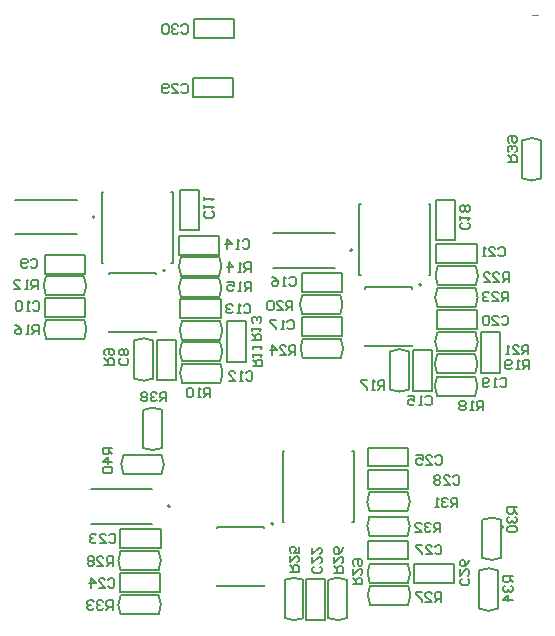
<source format=gbo>
G04*
G04 #@! TF.GenerationSoftware,Altium Limited,Altium Designer,23.6.0 (18)*
G04*
G04 Layer_Color=32896*
%FSLAX44Y44*%
%MOMM*%
G71*
G04*
G04 #@! TF.SameCoordinates,C0EE57D9-4E2B-4701-80FF-B58ABC17C381*
G04*
G04*
G04 #@! TF.FilePolarity,Positive*
G04*
G01*
G75*
%ADD10C,0.2000*%
%ADD11C,0.1270*%
%ADD14C,0.1500*%
%ADD75C,0.1000*%
D10*
X654420Y1116200D02*
G03*
X654420Y1116200I-1000J0D01*
G01*
X441500Y928500D02*
G03*
X441500Y928500I-1000J0D01*
G01*
X418800Y977851D02*
G03*
X434700Y977851I7950J16149D01*
G01*
Y1010149D02*
G03*
X418800Y1010149I-7950J-16149D01*
G01*
X434399Y956050D02*
G03*
X434399Y971950I-16149J7950D01*
G01*
X402101D02*
G03*
X402101Y956050I16149J-7950D01*
G01*
X723750Y910750D02*
G03*
X723750Y910750I-1000J0D01*
G01*
X719200Y874149D02*
G03*
X703300Y874149I-7950J-16149D01*
G01*
Y841851D02*
G03*
X719200Y841851I7950J16149D01*
G01*
X706050Y884851D02*
G03*
X721950Y884851I7950J16149D01*
G01*
Y917149D02*
G03*
X706050Y917149I-7950J-16149D01*
G01*
X595900Y1145250D02*
G03*
X595900Y1145250I-1000J0D01*
G01*
X755700Y1238399D02*
G03*
X739800Y1238399I-7950J-16149D01*
G01*
Y1206101D02*
G03*
X755700Y1206101I7950J16149D01*
G01*
X585649Y1091300D02*
G03*
X585649Y1107200I-16149J7950D01*
G01*
X553351D02*
G03*
X553351Y1091300I16149J-7950D01*
G01*
X553851Y1070200D02*
G03*
X553851Y1054300I16149J-7950D01*
G01*
X586149D02*
G03*
X586149Y1070200I-16149J7950D01*
G01*
X700149Y1097300D02*
G03*
X700149Y1113200I-16149J7950D01*
G01*
X667851D02*
G03*
X667851Y1097300I16149J-7950D01*
G01*
X627800Y1027351D02*
G03*
X643700Y1027351I7950J16149D01*
G01*
Y1059649D02*
G03*
X627800Y1059649I-7950J-16149D01*
G01*
X667851Y1075700D02*
G03*
X667851Y1059800I16149J-7950D01*
G01*
X700149D02*
G03*
X700149Y1075700I-16149J7950D01*
G01*
X700399Y1115800D02*
G03*
X700399Y1131700I-16149J7950D01*
G01*
X668101D02*
G03*
X668101Y1115800I16149J-7950D01*
G01*
X699899Y1041050D02*
G03*
X699899Y1056950I-16149J7950D01*
G01*
X667601D02*
G03*
X667601Y1041050I16149J-7950D01*
G01*
X699899Y1022300D02*
G03*
X699899Y1038200I-16149J7950D01*
G01*
X667601D02*
G03*
X667601Y1022300I16149J-7950D01*
G01*
X377650Y1173250D02*
G03*
X377650Y1173250I-1000J0D01*
G01*
X399601Y852950D02*
G03*
X399601Y837050I16149J-7950D01*
G01*
X431899D02*
G03*
X431899Y852950I-16149J7950D01*
G01*
Y874550D02*
G03*
X431899Y890450I-16149J7950D01*
G01*
X399601D02*
G03*
X399601Y874550I16149J-7950D01*
G01*
X610351Y940450D02*
G03*
X610351Y924550I16149J-7950D01*
G01*
X642649D02*
G03*
X642649Y940450I-16149J7950D01*
G01*
X610351Y919700D02*
G03*
X610351Y903800I16149J-7950D01*
G01*
X642649D02*
G03*
X642649Y919700I-16149J7950D01*
G01*
X642899Y863800D02*
G03*
X642899Y879700I-16149J7950D01*
G01*
X610601D02*
G03*
X610601Y863800I16149J-7950D01*
G01*
X610851Y861200D02*
G03*
X610851Y845300I16149J-7950D01*
G01*
X643149D02*
G03*
X643149Y861200I-16149J7950D01*
G01*
X591450Y866149D02*
G03*
X575550Y866149I-7950J-16149D01*
G01*
Y833851D02*
G03*
X591450Y833851I7950J16149D01*
G01*
X554450Y866149D02*
G03*
X538550Y866149I-7950J-16149D01*
G01*
Y833851D02*
G03*
X554450Y833851I7950J16149D01*
G01*
X528920Y913650D02*
G03*
X528920Y913650I-1000J0D01*
G01*
X336351Y1123200D02*
G03*
X336351Y1107300I16149J-7950D01*
G01*
X368649D02*
G03*
X368649Y1123200I-16149J7950D01*
G01*
X483899Y1069550D02*
G03*
X483899Y1085450I-16149J7950D01*
G01*
X451601D02*
G03*
X451601Y1069550I16149J-7950D01*
G01*
X437600Y1128150D02*
G03*
X437600Y1128150I-1000J0D01*
G01*
X450851Y1121450D02*
G03*
X450851Y1105550I16149J-7950D01*
G01*
X483149D02*
G03*
X483149Y1121450I-16149J7950D01*
G01*
X368899Y1070550D02*
G03*
X368899Y1086450I-16149J7950D01*
G01*
X336601D02*
G03*
X336601Y1070550I16149J-7950D01*
G01*
X450851Y1139700D02*
G03*
X450851Y1123800I16149J-7950D01*
G01*
X483149D02*
G03*
X483149Y1139700I-16149J7950D01*
G01*
X451851Y1049200D02*
G03*
X451851Y1033300I16149J-7950D01*
G01*
X484149D02*
G03*
X484149Y1049200I-16149J7950D01*
G01*
X451601Y1067450D02*
G03*
X451601Y1051550I16149J-7950D01*
G01*
X483899D02*
G03*
X483899Y1067450I-16149J7950D01*
G01*
X427200Y1068899D02*
G03*
X411300Y1068899I-7950J-16149D01*
G01*
Y1036601D02*
G03*
X427200Y1036601I7950J16149D01*
G01*
X418750Y978000D02*
Y1010000D01*
X434750Y978000D02*
Y1010000D01*
X402250Y956000D02*
X434250D01*
X402250Y972000D02*
X434250D01*
X719250Y842000D02*
Y874000D01*
X703250Y842000D02*
Y874000D01*
X706000Y885000D02*
Y917000D01*
X722000Y885000D02*
Y917000D01*
X461000Y1275000D02*
X495000D01*
Y1291000D01*
X461000D02*
X495000D01*
X461000Y1275000D02*
Y1291000D01*
X461750Y1325250D02*
X495750D01*
Y1341250D01*
X461750D02*
X495750D01*
X461750Y1325250D02*
Y1341250D01*
X755750Y1206250D02*
Y1238250D01*
X739750Y1206250D02*
Y1238250D01*
X553500Y1091250D02*
X585500D01*
X553500Y1107250D02*
X585500D01*
X554000Y1070250D02*
X586000D01*
X554000Y1054250D02*
X586000D01*
X553000Y1073000D02*
Y1089000D01*
X587000D01*
Y1073000D02*
Y1089000D01*
X553000Y1073000D02*
X587000D01*
X668000Y1097250D02*
X700000D01*
X668000Y1113250D02*
X700000D01*
X667500Y1078750D02*
Y1094750D01*
X701500D01*
Y1078750D02*
Y1094750D01*
X667500Y1078750D02*
X701500D01*
X705000Y1075750D02*
X721000D01*
Y1041750D02*
Y1075750D01*
X705000Y1041750D02*
X721000D01*
X705000D02*
Y1075750D01*
X627750Y1027500D02*
Y1059500D01*
X643750Y1027500D02*
Y1059500D01*
X647250Y1026500D02*
X663250D01*
X647250D02*
Y1060500D01*
X663250D01*
Y1026500D02*
Y1060500D01*
X553000Y1110000D02*
Y1126000D01*
X587000D01*
Y1110000D02*
Y1126000D01*
X553000Y1110000D02*
X587000D01*
X668000Y1075750D02*
X700000D01*
X668000Y1059750D02*
X700000D01*
X668250Y1115750D02*
X700250D01*
X668250Y1131750D02*
X700250D01*
X667750Y1041000D02*
X699750D01*
X667750Y1057000D02*
X699750D01*
X667750Y1022250D02*
X699750D01*
X667750Y1038250D02*
X699750D01*
X666750Y1188000D02*
X682750D01*
Y1154000D02*
Y1188000D01*
X666750Y1154000D02*
X682750D01*
X666750D02*
Y1188000D01*
X667000Y1134750D02*
Y1150750D01*
X701000D01*
Y1134750D02*
Y1150750D01*
X667000Y1134750D02*
X701000D01*
X608750Y962250D02*
Y978250D01*
X642750D01*
Y962250D02*
Y978250D01*
X608750Y962250D02*
X642750D01*
X609000Y943250D02*
Y959250D01*
X643000D01*
Y943250D02*
Y959250D01*
X609000Y943250D02*
X643000D01*
X399750Y853000D02*
X431750D01*
X399750Y837000D02*
X431750D01*
X399000Y855750D02*
Y871750D01*
X433000D01*
Y855750D02*
Y871750D01*
X399000Y855750D02*
X433000D01*
X399750Y874500D02*
X431750D01*
X399750Y890500D02*
X431750D01*
X399500Y893000D02*
Y909000D01*
X433500D01*
Y893000D02*
Y909000D01*
X399500Y893000D02*
X433500D01*
X610500Y940500D02*
X642500D01*
X610500Y924500D02*
X642500D01*
X610500Y919750D02*
X642500D01*
X610500Y903750D02*
X642500D01*
X608750Y883500D02*
X642750D01*
Y899500D01*
X608750D02*
X642750D01*
X608750Y883500D02*
Y899500D01*
X648000Y863750D02*
X682000D01*
Y879750D01*
X648000D02*
X682000D01*
X648000Y863750D02*
Y879750D01*
X610750Y863750D02*
X642750D01*
X610750Y879750D02*
X642750D01*
X611000Y861250D02*
X643000D01*
X611000Y845250D02*
X643000D01*
X591500Y834000D02*
Y866000D01*
X575500Y834000D02*
Y866000D01*
X554500Y834000D02*
Y866000D01*
X538500Y834000D02*
Y866000D01*
X573000Y832500D02*
Y866500D01*
X557000D02*
X573000D01*
X557000Y832500D02*
Y866500D01*
Y832500D02*
X573000D01*
X450000Y1162000D02*
Y1196000D01*
Y1162000D02*
X466000D01*
Y1196000D01*
X450000D02*
X466000D01*
X489750Y1051000D02*
Y1085000D01*
Y1051000D02*
X505750D01*
Y1085000D01*
X489750D02*
X505750D01*
X335750Y1125500D02*
X369750D01*
Y1141500D01*
X335750D02*
X369750D01*
X335750Y1125500D02*
Y1141500D01*
X336500Y1123250D02*
X368500D01*
X336500Y1107250D02*
X368500D01*
X451750Y1069500D02*
X483750D01*
X451750Y1085500D02*
X483750D01*
X450250Y1087750D02*
X484250D01*
Y1103750D01*
X450250D02*
X484250D01*
X450250Y1087750D02*
Y1103750D01*
X451000Y1121500D02*
X483000D01*
X451000Y1105500D02*
X483000D01*
X336750Y1070500D02*
X368750D01*
X336750Y1086500D02*
X368750D01*
X449250Y1141500D02*
X483250D01*
Y1157500D01*
X449250D02*
X483250D01*
X449250Y1141500D02*
Y1157500D01*
X451000Y1139750D02*
X483000D01*
X451000Y1123750D02*
X483000D01*
X452000Y1049250D02*
X484000D01*
X452000Y1033250D02*
X484000D01*
X451750Y1067500D02*
X483750D01*
X451750Y1051500D02*
X483750D01*
X446750Y1035250D02*
Y1069250D01*
X430750D02*
X446750D01*
X430750Y1035250D02*
Y1069250D01*
Y1035250D02*
X446750D01*
X427250Y1036750D02*
Y1068750D01*
X411250Y1036750D02*
Y1068750D01*
X335500Y1089000D02*
X369500D01*
Y1105000D01*
X335500D02*
X369500D01*
X335500Y1089000D02*
Y1105000D01*
D11*
X606750Y1113800D02*
X646750D01*
X606750Y1112800D02*
Y1113800D01*
X646750Y1112800D02*
Y1113800D01*
X606750Y1063800D02*
X646750D01*
Y1064800D01*
X606750Y1063800D02*
Y1064800D01*
X374500Y913900D02*
X426500D01*
X374500Y943100D02*
X426500D01*
X537000Y915500D02*
X538300D01*
X595700D02*
X597000D01*
X537000Y975500D02*
X538300D01*
X595700D02*
X597000D01*
X537000Y915500D02*
Y975500D01*
X597000Y915500D02*
Y975500D01*
X528900Y1159850D02*
X580900D01*
X528900Y1130650D02*
X580900D01*
X601750Y1124250D02*
X603050D01*
X660450D02*
X661750D01*
X601750Y1184250D02*
X603050D01*
X660450D02*
X661750D01*
X601750Y1124250D02*
Y1184250D01*
X661750Y1124250D02*
Y1184250D01*
X310650Y1158650D02*
X362650D01*
X310650Y1187850D02*
X362650D01*
X481250Y911250D02*
X521250D01*
X481250Y910250D02*
Y911250D01*
X521250Y910250D02*
Y911250D01*
X481250Y861250D02*
X521250D01*
Y862250D01*
X481250Y861250D02*
Y862250D01*
X389930Y1125750D02*
X429930D01*
X389930Y1124750D02*
Y1125750D01*
X429930Y1124750D02*
Y1125750D01*
X389930Y1075750D02*
X429930D01*
Y1076750D01*
X389930Y1075750D02*
Y1076750D01*
X443750Y1134500D02*
Y1194500D01*
X383750Y1134500D02*
Y1194500D01*
X442450D02*
X443750D01*
X383750D02*
X385050D01*
X442450Y1134500D02*
X443750D01*
X383750D02*
X385050D01*
D14*
X392641Y977832D02*
X384644D01*
Y973833D01*
X385976Y972500D01*
X388642D01*
X389975Y973833D01*
Y977832D01*
Y975166D02*
X392641Y972500D01*
Y965836D02*
X384644D01*
X388642Y969834D01*
Y964503D01*
X385976Y961837D02*
X384644Y960504D01*
Y957838D01*
X385976Y956505D01*
X391308D01*
X392641Y957838D01*
Y960504D01*
X391308Y961837D01*
X385976D01*
X438413Y1017251D02*
Y1025249D01*
X434414D01*
X433082Y1023916D01*
Y1021250D01*
X434414Y1019917D01*
X438413D01*
X435747D02*
X433082Y1017251D01*
X430416Y1023916D02*
X429083Y1025249D01*
X426417D01*
X425084Y1023916D01*
Y1022583D01*
X426417Y1021250D01*
X427750D01*
X426417D01*
X425084Y1019917D01*
Y1018584D01*
X426417Y1017251D01*
X429083D01*
X430416Y1018584D01*
X422418Y1023916D02*
X421086Y1025249D01*
X418420D01*
X417087Y1023916D01*
Y1022583D01*
X418420Y1021250D01*
X417087Y1019917D01*
Y1018584D01*
X418420Y1017251D01*
X421086D01*
X422418Y1018584D01*
Y1019917D01*
X421086Y1021250D01*
X422418Y1022583D01*
Y1023916D01*
X421086Y1021250D02*
X418420D01*
X727251Y1220337D02*
X735249D01*
Y1224335D01*
X733916Y1225668D01*
X731250D01*
X729917Y1224335D01*
Y1220337D01*
Y1223003D02*
X727251Y1225668D01*
X733916Y1228334D02*
X735249Y1229667D01*
Y1232333D01*
X733916Y1233666D01*
X732583D01*
X731250Y1232333D01*
Y1231000D01*
Y1232333D01*
X729917Y1233666D01*
X728584D01*
X727251Y1232333D01*
Y1229667D01*
X728584Y1228334D01*
Y1236332D02*
X727251Y1237664D01*
Y1240330D01*
X728584Y1241663D01*
X733916D01*
X735249Y1240330D01*
Y1237664D01*
X733916Y1236332D01*
X732583D01*
X731250Y1237664D01*
Y1241663D01*
X731749Y869413D02*
X723751D01*
Y865415D01*
X725084Y864082D01*
X727750D01*
X729083Y865415D01*
Y869413D01*
Y866747D02*
X731749Y864082D01*
X725084Y861416D02*
X723751Y860083D01*
Y857417D01*
X725084Y856084D01*
X726417D01*
X727750Y857417D01*
Y858750D01*
Y857417D01*
X729083Y856084D01*
X730416D01*
X731749Y857417D01*
Y860083D01*
X730416Y861416D01*
X731749Y849420D02*
X723751D01*
X727750Y853418D01*
Y848087D01*
X392913Y840751D02*
Y848749D01*
X388914D01*
X387582Y847416D01*
Y844750D01*
X388914Y843417D01*
X392913D01*
X390247D02*
X387582Y840751D01*
X384916Y847416D02*
X383583Y848749D01*
X380917D01*
X379584Y847416D01*
Y846083D01*
X380917Y844750D01*
X382250D01*
X380917D01*
X379584Y843417D01*
Y842084D01*
X380917Y840751D01*
X383583D01*
X384916Y842084D01*
X376918Y847416D02*
X375586Y848749D01*
X372920D01*
X371587Y847416D01*
Y846083D01*
X372920Y844750D01*
X374253D01*
X372920D01*
X371587Y843417D01*
Y842084D01*
X372920Y840751D01*
X375586D01*
X376918Y842084D01*
X670413Y906751D02*
Y914749D01*
X666414D01*
X665082Y913416D01*
Y910750D01*
X666414Y909417D01*
X670413D01*
X667747D02*
X665082Y906751D01*
X662416Y913416D02*
X661083Y914749D01*
X658417D01*
X657084Y913416D01*
Y912083D01*
X658417Y910750D01*
X659750D01*
X658417D01*
X657084Y909417D01*
Y908084D01*
X658417Y906751D01*
X661083D01*
X662416Y908084D01*
X649087Y906751D02*
X654418D01*
X649087Y912083D01*
Y913416D01*
X650420Y914749D01*
X653085D01*
X654418Y913416D01*
X684830Y927751D02*
Y935749D01*
X680832D01*
X679499Y934416D01*
Y931750D01*
X680832Y930417D01*
X684830D01*
X682165D02*
X679499Y927751D01*
X676833Y934416D02*
X675500Y935749D01*
X672834D01*
X671501Y934416D01*
Y933083D01*
X672834Y931750D01*
X674167D01*
X672834D01*
X671501Y930417D01*
Y929084D01*
X672834Y927751D01*
X675500D01*
X676833Y929084D01*
X668836Y927751D02*
X666170D01*
X667503D01*
Y935749D01*
X668836Y934416D01*
X734999Y927663D02*
X727001D01*
Y923664D01*
X728334Y922332D01*
X731000D01*
X732333Y923664D01*
Y927663D01*
Y924997D02*
X734999Y922332D01*
X728334Y919666D02*
X727001Y918333D01*
Y915667D01*
X728334Y914334D01*
X729667D01*
X731000Y915667D01*
Y917000D01*
Y915667D01*
X732333Y914334D01*
X733666D01*
X734999Y915667D01*
Y918333D01*
X733666Y919666D01*
X728334Y911668D02*
X727001Y910335D01*
Y907670D01*
X728334Y906337D01*
X733666D01*
X734999Y907670D01*
Y910335D01*
X733666Y911668D01*
X728334D01*
X596251Y862337D02*
X604249D01*
Y866336D01*
X602916Y867668D01*
X600250D01*
X598917Y866336D01*
Y862337D01*
Y865003D02*
X596251Y867668D01*
Y875666D02*
Y870334D01*
X601583Y875666D01*
X602916D01*
X604249Y874333D01*
Y871667D01*
X602916Y870334D01*
X597584Y878332D02*
X596251Y879665D01*
Y882330D01*
X597584Y883663D01*
X602916D01*
X604249Y882330D01*
Y879665D01*
X602916Y878332D01*
X601583D01*
X600250Y879665D01*
Y883663D01*
X393163Y878001D02*
Y885999D01*
X389165D01*
X387832Y884666D01*
Y882000D01*
X389165Y880667D01*
X393163D01*
X390497D02*
X387832Y878001D01*
X379834D02*
X385166D01*
X379834Y883333D01*
Y884666D01*
X381167Y885999D01*
X383833D01*
X385166Y884666D01*
X377168D02*
X375835Y885999D01*
X373170D01*
X371837Y884666D01*
Y883333D01*
X373170Y882000D01*
X371837Y880667D01*
Y879334D01*
X373170Y878001D01*
X375835D01*
X377168Y879334D01*
Y880667D01*
X375835Y882000D01*
X377168Y883333D01*
Y884666D01*
X375835Y882000D02*
X373170D01*
X670913Y847501D02*
Y855499D01*
X666915D01*
X665582Y854166D01*
Y851500D01*
X666915Y850167D01*
X670913D01*
X668247D02*
X665582Y847501D01*
X657584D02*
X662916D01*
X657584Y852833D01*
Y854166D01*
X658917Y855499D01*
X661583D01*
X662916Y854166D01*
X654918Y855499D02*
X649587D01*
Y854166D01*
X654918Y848834D01*
Y847501D01*
X580251Y872337D02*
X588249D01*
Y876336D01*
X586916Y877668D01*
X584250D01*
X582917Y876336D01*
Y872337D01*
Y875003D02*
X580251Y877668D01*
Y885666D02*
Y880334D01*
X585583Y885666D01*
X586916D01*
X588249Y884333D01*
Y881667D01*
X586916Y880334D01*
X588249Y893663D02*
X586916Y890997D01*
X584250Y888332D01*
X581584D01*
X580251Y889665D01*
Y892330D01*
X581584Y893663D01*
X582917D01*
X584250Y892330D01*
Y888332D01*
X542751Y873087D02*
X550749D01*
Y877085D01*
X549416Y878418D01*
X546750D01*
X545417Y877085D01*
Y873087D01*
Y875753D02*
X542751Y878418D01*
Y886416D02*
Y881084D01*
X548083Y886416D01*
X549416D01*
X550749Y885083D01*
Y882417D01*
X549416Y881084D01*
X550749Y894413D02*
Y889082D01*
X546750D01*
X548083Y891747D01*
Y893080D01*
X546750Y894413D01*
X544084D01*
X542751Y893080D01*
Y890415D01*
X544084Y889082D01*
X547663Y1056751D02*
Y1064749D01*
X543665D01*
X542332Y1063416D01*
Y1060750D01*
X543665Y1059417D01*
X547663D01*
X544997D02*
X542332Y1056751D01*
X534334D02*
X539666D01*
X534334Y1062083D01*
Y1063416D01*
X535667Y1064749D01*
X538333D01*
X539666Y1063416D01*
X527670Y1056751D02*
Y1064749D01*
X531668Y1060750D01*
X526337D01*
X727663Y1102001D02*
Y1109999D01*
X723664D01*
X722332Y1108666D01*
Y1106000D01*
X723664Y1104667D01*
X727663D01*
X724997D02*
X722332Y1102001D01*
X714334D02*
X719666D01*
X714334Y1107333D01*
Y1108666D01*
X715667Y1109999D01*
X718333D01*
X719666Y1108666D01*
X711668D02*
X710335Y1109999D01*
X707670D01*
X706337Y1108666D01*
Y1107333D01*
X707670Y1106000D01*
X709003D01*
X707670D01*
X706337Y1104667D01*
Y1103334D01*
X707670Y1102001D01*
X710335D01*
X711668Y1103334D01*
X728413Y1118501D02*
Y1126499D01*
X724415D01*
X723082Y1125166D01*
Y1122500D01*
X724415Y1121167D01*
X728413D01*
X725747D02*
X723082Y1118501D01*
X715084D02*
X720416D01*
X715084Y1123833D01*
Y1125166D01*
X716417Y1126499D01*
X719083D01*
X720416Y1125166D01*
X707087Y1118501D02*
X712418D01*
X707087Y1123833D01*
Y1125166D01*
X708420Y1126499D01*
X711086D01*
X712418Y1125166D01*
X744830Y1057001D02*
Y1064999D01*
X740832D01*
X739499Y1063666D01*
Y1061000D01*
X740832Y1059667D01*
X744830D01*
X742165D02*
X739499Y1057001D01*
X731501D02*
X736833D01*
X731501Y1062333D01*
Y1063666D01*
X732834Y1064999D01*
X735500D01*
X736833Y1063666D01*
X728835Y1057001D02*
X726170D01*
X727503D01*
Y1064999D01*
X728835Y1063666D01*
X545163Y1094501D02*
Y1102499D01*
X541165D01*
X539832Y1101166D01*
Y1098500D01*
X541165Y1097167D01*
X545163D01*
X542497D02*
X539832Y1094501D01*
X531834D02*
X537166D01*
X531834Y1099833D01*
Y1101166D01*
X533167Y1102499D01*
X535833D01*
X537166Y1101166D01*
X529168D02*
X527835Y1102499D01*
X525170D01*
X523837Y1101166D01*
Y1095834D01*
X525170Y1094501D01*
X527835D01*
X529168Y1095834D01*
Y1101166D01*
X745497Y1044501D02*
Y1052499D01*
X741498D01*
X740165Y1051166D01*
Y1048500D01*
X741498Y1047167D01*
X745497D01*
X742831D02*
X740165Y1044501D01*
X737499D02*
X734834D01*
X736166D01*
Y1052499D01*
X737499Y1051166D01*
X730835Y1045834D02*
X729502Y1044501D01*
X726836D01*
X725503Y1045834D01*
Y1051166D01*
X726836Y1052499D01*
X729502D01*
X730835Y1051166D01*
Y1049833D01*
X729502Y1048500D01*
X725503D01*
X706497Y1009751D02*
Y1017749D01*
X702498D01*
X701165Y1016416D01*
Y1013750D01*
X702498Y1012417D01*
X706497D01*
X703831D02*
X701165Y1009751D01*
X698499D02*
X695834D01*
X697166D01*
Y1017749D01*
X698499Y1016416D01*
X691835D02*
X690502Y1017749D01*
X687836D01*
X686503Y1016416D01*
Y1015083D01*
X687836Y1013750D01*
X686503Y1012417D01*
Y1011084D01*
X687836Y1009751D01*
X690502D01*
X691835Y1011084D01*
Y1012417D01*
X690502Y1013750D01*
X691835Y1015083D01*
Y1016416D01*
X690502Y1013750D02*
X687836D01*
X622997Y1027251D02*
Y1035249D01*
X618998D01*
X617665Y1033916D01*
Y1031250D01*
X618998Y1029917D01*
X622997D01*
X620331D02*
X617665Y1027251D01*
X614999D02*
X612333D01*
X613666D01*
Y1035249D01*
X614999Y1033916D01*
X608335Y1035249D02*
X603003D01*
Y1033916D01*
X608335Y1028584D01*
Y1027251D01*
X330247Y1074251D02*
Y1082249D01*
X326248D01*
X324915Y1080916D01*
Y1078250D01*
X326248Y1076917D01*
X330247D01*
X327581D02*
X324915Y1074251D01*
X322249D02*
X319584D01*
X320916D01*
Y1082249D01*
X322249Y1080916D01*
X310253Y1082249D02*
X312919Y1080916D01*
X315585Y1078250D01*
Y1075584D01*
X314252Y1074251D01*
X311586D01*
X310253Y1075584D01*
Y1076917D01*
X311586Y1078250D01*
X315585D01*
X509997Y1110751D02*
Y1118749D01*
X505998D01*
X504665Y1117416D01*
Y1114750D01*
X505998Y1113417D01*
X509997D01*
X507331D02*
X504665Y1110751D01*
X501999D02*
X499334D01*
X500667D01*
Y1118749D01*
X501999Y1117416D01*
X490003Y1118749D02*
X495335D01*
Y1114750D01*
X492669Y1116083D01*
X491336D01*
X490003Y1114750D01*
Y1112084D01*
X491336Y1110751D01*
X494002D01*
X495335Y1112084D01*
X509747Y1127001D02*
Y1134999D01*
X505748D01*
X504415Y1133666D01*
Y1131000D01*
X505748Y1129667D01*
X509747D01*
X507081D02*
X504415Y1127001D01*
X501749D02*
X499084D01*
X500416D01*
Y1134999D01*
X501749Y1133666D01*
X491086Y1127001D02*
Y1134999D01*
X495085Y1131000D01*
X489753D01*
X510751Y1069003D02*
X518749D01*
Y1073002D01*
X517416Y1074335D01*
X514750D01*
X513417Y1073002D01*
Y1069003D01*
Y1071669D02*
X510751Y1074335D01*
Y1077001D02*
Y1079666D01*
Y1078334D01*
X518749D01*
X517416Y1077001D01*
Y1083665D02*
X518749Y1084998D01*
Y1087664D01*
X517416Y1088997D01*
X516083D01*
X514750Y1087664D01*
Y1086331D01*
Y1087664D01*
X513417Y1088997D01*
X512084D01*
X510751Y1087664D01*
Y1084998D01*
X512084Y1083665D01*
X329497Y1112251D02*
Y1120249D01*
X325498D01*
X324165Y1118916D01*
Y1116250D01*
X325498Y1114917D01*
X329497D01*
X326831D02*
X324165Y1112251D01*
X321499D02*
X318834D01*
X320166D01*
Y1120249D01*
X321499Y1118916D01*
X309503Y1112251D02*
X314835D01*
X309503Y1117583D01*
Y1118916D01*
X310836Y1120249D01*
X313502D01*
X314835Y1118916D01*
X511501Y1047086D02*
X519499D01*
Y1051085D01*
X518166Y1052418D01*
X515500D01*
X514167Y1051085D01*
Y1047086D01*
Y1049752D02*
X511501Y1052418D01*
Y1055084D02*
Y1057749D01*
Y1056416D01*
X519499D01*
X518166Y1055084D01*
X511501Y1061748D02*
Y1064414D01*
Y1063081D01*
X519499D01*
X518166Y1061748D01*
X475497Y1020751D02*
Y1028749D01*
X471498D01*
X470165Y1027416D01*
Y1024750D01*
X471498Y1023417D01*
X475497D01*
X472831D02*
X470165Y1020751D01*
X467499D02*
X464834D01*
X466166D01*
Y1028749D01*
X467499Y1027416D01*
X460835D02*
X459502Y1028749D01*
X456836D01*
X455503Y1027416D01*
Y1022084D01*
X456836Y1020751D01*
X459502D01*
X460835Y1022084D01*
Y1027416D01*
X386001Y1048335D02*
X393999D01*
Y1052334D01*
X392666Y1053667D01*
X390000D01*
X388667Y1052334D01*
Y1048335D01*
Y1051001D02*
X386001Y1053667D01*
X387334Y1056333D02*
X386001Y1057666D01*
Y1060332D01*
X387334Y1061665D01*
X392666D01*
X393999Y1060332D01*
Y1057666D01*
X392666Y1056333D01*
X391333D01*
X390000Y1057666D01*
Y1061665D01*
X451082Y1335166D02*
X452415Y1336499D01*
X455080D01*
X456413Y1335166D01*
Y1329834D01*
X455080Y1328501D01*
X452415D01*
X451082Y1329834D01*
X448416Y1335166D02*
X447083Y1336499D01*
X444417D01*
X443084Y1335166D01*
Y1333833D01*
X444417Y1332500D01*
X445750D01*
X444417D01*
X443084Y1331167D01*
Y1329834D01*
X444417Y1328501D01*
X447083D01*
X448416Y1329834D01*
X440418Y1335166D02*
X439086Y1336499D01*
X436420D01*
X435087Y1335166D01*
Y1329834D01*
X436420Y1328501D01*
X439086D01*
X440418Y1329834D01*
Y1335166D01*
X451082Y1284916D02*
X452415Y1286249D01*
X455080D01*
X456413Y1284916D01*
Y1279584D01*
X455080Y1278251D01*
X452415D01*
X451082Y1279584D01*
X443084Y1278251D02*
X448416D01*
X443084Y1283583D01*
Y1284916D01*
X444417Y1286249D01*
X447083D01*
X448416Y1284916D01*
X440418Y1279584D02*
X439086Y1278251D01*
X436420D01*
X435087Y1279584D01*
Y1284916D01*
X436420Y1286249D01*
X439086D01*
X440418Y1284916D01*
Y1283583D01*
X439086Y1282250D01*
X435087D01*
X681082Y953416D02*
X682414Y954749D01*
X685080D01*
X686413Y953416D01*
Y948084D01*
X685080Y946751D01*
X682414D01*
X681082Y948084D01*
X673084Y946751D02*
X678416D01*
X673084Y952083D01*
Y953416D01*
X674417Y954749D01*
X677083D01*
X678416Y953416D01*
X670418D02*
X669085Y954749D01*
X666420D01*
X665087Y953416D01*
Y952083D01*
X666420Y950750D01*
X665087Y949417D01*
Y948084D01*
X666420Y946751D01*
X669085D01*
X670418Y948084D01*
Y949417D01*
X669085Y950750D01*
X670418Y952083D01*
Y953416D01*
X669085Y950750D02*
X666420D01*
X665832Y894416D02*
X667165Y895749D01*
X669830D01*
X671163Y894416D01*
Y889084D01*
X669830Y887751D01*
X667165D01*
X665832Y889084D01*
X657834Y887751D02*
X663166D01*
X657834Y893083D01*
Y894416D01*
X659167Y895749D01*
X661833D01*
X663166Y894416D01*
X655168Y895749D02*
X649837D01*
Y894416D01*
X655168Y889084D01*
Y887751D01*
X693666Y867168D02*
X694999Y865835D01*
Y863170D01*
X693666Y861837D01*
X688334D01*
X687001Y863170D01*
Y865835D01*
X688334Y867168D01*
X687001Y875166D02*
Y869834D01*
X692333Y875166D01*
X693666D01*
X694999Y873833D01*
Y871167D01*
X693666Y869834D01*
X694999Y883163D02*
X693666Y880497D01*
X691000Y877832D01*
X688334D01*
X687001Y879165D01*
Y881830D01*
X688334Y883163D01*
X689667D01*
X691000Y881830D01*
Y877832D01*
X666082Y970416D02*
X667414Y971749D01*
X670080D01*
X671413Y970416D01*
Y965084D01*
X670080Y963751D01*
X667414D01*
X666082Y965084D01*
X658084Y963751D02*
X663416D01*
X658084Y969083D01*
Y970416D01*
X659417Y971749D01*
X662083D01*
X663416Y970416D01*
X650087Y971749D02*
X655418D01*
Y967750D01*
X652753Y969083D01*
X651420D01*
X650087Y967750D01*
Y965084D01*
X651420Y963751D01*
X654085D01*
X655418Y965084D01*
X389082Y866166D02*
X390415Y867499D01*
X393080D01*
X394413Y866166D01*
Y860834D01*
X393080Y859501D01*
X390415D01*
X389082Y860834D01*
X381084Y859501D02*
X386416D01*
X381084Y864833D01*
Y866166D01*
X382417Y867499D01*
X385083D01*
X386416Y866166D01*
X374420Y859501D02*
Y867499D01*
X378418Y863500D01*
X373087D01*
X389832Y903916D02*
X391165Y905249D01*
X393830D01*
X395163Y903916D01*
Y898584D01*
X393830Y897251D01*
X391165D01*
X389832Y898584D01*
X381834Y897251D02*
X387166D01*
X381834Y902583D01*
Y903916D01*
X383167Y905249D01*
X385833D01*
X387166Y903916D01*
X379168D02*
X377836Y905249D01*
X375170D01*
X373837Y903916D01*
Y902583D01*
X375170Y901250D01*
X376503D01*
X375170D01*
X373837Y899917D01*
Y898584D01*
X375170Y897251D01*
X377836D01*
X379168Y898584D01*
X568666Y877418D02*
X569999Y876086D01*
Y873420D01*
X568666Y872087D01*
X563334D01*
X562001Y873420D01*
Y876086D01*
X563334Y877418D01*
X562001Y885416D02*
Y880084D01*
X567333Y885416D01*
X568666D01*
X569999Y884083D01*
Y881417D01*
X568666Y880084D01*
X562001Y893413D02*
Y888082D01*
X567333Y893413D01*
X568666D01*
X569999Y892080D01*
Y889415D01*
X568666Y888082D01*
X719499Y1146666D02*
X720832Y1147999D01*
X723497D01*
X724830Y1146666D01*
Y1141334D01*
X723497Y1140001D01*
X720832D01*
X719499Y1141334D01*
X711501Y1140001D02*
X716833D01*
X711501Y1145333D01*
Y1146666D01*
X712834Y1147999D01*
X715500D01*
X716833Y1146666D01*
X708836Y1140001D02*
X706170D01*
X707503D01*
Y1147999D01*
X708836Y1146666D01*
X722332Y1088666D02*
X723664Y1089999D01*
X726330D01*
X727663Y1088666D01*
Y1083334D01*
X726330Y1082001D01*
X723664D01*
X722332Y1083334D01*
X714334Y1082001D02*
X719666D01*
X714334Y1087333D01*
Y1088666D01*
X715667Y1089999D01*
X718333D01*
X719666Y1088666D01*
X711668D02*
X710335Y1089999D01*
X707670D01*
X706337Y1088666D01*
Y1083334D01*
X707670Y1082001D01*
X710335D01*
X711668Y1083334D01*
Y1088666D01*
X720915Y1035916D02*
X722248Y1037249D01*
X724914D01*
X726247Y1035916D01*
Y1030584D01*
X724914Y1029251D01*
X722248D01*
X720915Y1030584D01*
X718249Y1029251D02*
X715584D01*
X716916D01*
Y1037249D01*
X718249Y1035916D01*
X711585Y1030584D02*
X710252Y1029251D01*
X707586D01*
X706253Y1030584D01*
Y1035916D01*
X707586Y1037249D01*
X710252D01*
X711585Y1035916D01*
Y1034583D01*
X710252Y1033250D01*
X706253D01*
X693916Y1168585D02*
X695249Y1167252D01*
Y1164586D01*
X693916Y1163253D01*
X688584D01*
X687251Y1164586D01*
Y1167252D01*
X688584Y1168585D01*
X687251Y1171251D02*
Y1173916D01*
Y1172583D01*
X695249D01*
X693916Y1171251D01*
Y1177915D02*
X695249Y1179248D01*
Y1181914D01*
X693916Y1183247D01*
X692583D01*
X691250Y1181914D01*
X689917Y1183247D01*
X688584D01*
X687251Y1181914D01*
Y1179248D01*
X688584Y1177915D01*
X689917D01*
X691250Y1179248D01*
X692583Y1177915D01*
X693916D01*
X691250Y1179248D02*
Y1181914D01*
X540915Y1084916D02*
X542248Y1086249D01*
X544914D01*
X546247Y1084916D01*
Y1079584D01*
X544914Y1078251D01*
X542248D01*
X540915Y1079584D01*
X538249Y1078251D02*
X535583D01*
X536916D01*
Y1086249D01*
X538249Y1084916D01*
X531585Y1086249D02*
X526253D01*
Y1084916D01*
X531585Y1079584D01*
Y1078251D01*
X542415Y1121666D02*
X543748Y1122999D01*
X546414D01*
X547747Y1121666D01*
Y1116334D01*
X546414Y1115001D01*
X543748D01*
X542415Y1116334D01*
X539749Y1115001D02*
X537084D01*
X538416D01*
Y1122999D01*
X539749Y1121666D01*
X527753Y1122999D02*
X530419Y1121666D01*
X533085Y1119000D01*
Y1116334D01*
X531752Y1115001D01*
X529086D01*
X527753Y1116334D01*
Y1117667D01*
X529086Y1119000D01*
X533085D01*
X657665Y1020666D02*
X658998Y1021999D01*
X661664D01*
X662997Y1020666D01*
Y1015334D01*
X661664Y1014001D01*
X658998D01*
X657665Y1015334D01*
X654999Y1014001D02*
X652334D01*
X653666D01*
Y1021999D01*
X654999Y1020666D01*
X643003Y1021999D02*
X648335D01*
Y1018000D01*
X645669Y1019333D01*
X644336D01*
X643003Y1018000D01*
Y1015334D01*
X644336Y1014001D01*
X647002D01*
X648335Y1015334D01*
X502915Y1153166D02*
X504248Y1154499D01*
X506914D01*
X508247Y1153166D01*
Y1147834D01*
X506914Y1146501D01*
X504248D01*
X502915Y1147834D01*
X500249Y1146501D02*
X497584D01*
X498917D01*
Y1154499D01*
X500249Y1153166D01*
X489586Y1146501D02*
Y1154499D01*
X493585Y1150500D01*
X488253D01*
X503915Y1098416D02*
X505248Y1099749D01*
X507914D01*
X509247Y1098416D01*
Y1093084D01*
X507914Y1091751D01*
X505248D01*
X503915Y1093084D01*
X501249Y1091751D02*
X498584D01*
X499916D01*
Y1099749D01*
X501249Y1098416D01*
X494585D02*
X493252Y1099749D01*
X490586D01*
X489253Y1098416D01*
Y1097083D01*
X490586Y1095750D01*
X491919D01*
X490586D01*
X489253Y1094417D01*
Y1093084D01*
X490586Y1091751D01*
X493252D01*
X494585Y1093084D01*
X505915Y1041416D02*
X507248Y1042749D01*
X509914D01*
X511247Y1041416D01*
Y1036084D01*
X509914Y1034751D01*
X507248D01*
X505915Y1036084D01*
X503249Y1034751D02*
X500584D01*
X501917D01*
Y1042749D01*
X503249Y1041416D01*
X491253Y1034751D02*
X496585D01*
X491253Y1040083D01*
Y1041416D01*
X492586Y1042749D01*
X495252D01*
X496585Y1041416D01*
X477166Y1178168D02*
X478499Y1176835D01*
Y1174169D01*
X477166Y1172836D01*
X471834D01*
X470501Y1174169D01*
Y1176835D01*
X471834Y1178168D01*
X470501Y1180834D02*
Y1183499D01*
Y1182167D01*
X478499D01*
X477166Y1180834D01*
X470501Y1187498D02*
Y1190164D01*
Y1188831D01*
X478499D01*
X477166Y1187498D01*
X325415Y1100666D02*
X326748Y1101999D01*
X329414D01*
X330747Y1100666D01*
Y1095334D01*
X329414Y1094001D01*
X326748D01*
X325415Y1095334D01*
X322749Y1094001D02*
X320084D01*
X321417D01*
Y1101999D01*
X322749Y1100666D01*
X316085D02*
X314752Y1101999D01*
X312086D01*
X310753Y1100666D01*
Y1095334D01*
X312086Y1094001D01*
X314752D01*
X316085Y1095334D01*
Y1100666D01*
X323583Y1136916D02*
X324916Y1138249D01*
X327582D01*
X328914Y1136916D01*
Y1131584D01*
X327582Y1130251D01*
X324916D01*
X323583Y1131584D01*
X320917D02*
X319584Y1130251D01*
X316918D01*
X315585Y1131584D01*
Y1136916D01*
X316918Y1138249D01*
X319584D01*
X320917Y1136916D01*
Y1135583D01*
X319584Y1134250D01*
X315585D01*
X404916Y1053667D02*
X406249Y1052334D01*
Y1049668D01*
X404916Y1048335D01*
X399584D01*
X398251Y1049668D01*
Y1052334D01*
X399584Y1053667D01*
X404916Y1056333D02*
X406249Y1057666D01*
Y1060332D01*
X404916Y1061665D01*
X403583D01*
X402250Y1060332D01*
X400917Y1061665D01*
X399584D01*
X398251Y1060332D01*
Y1057666D01*
X399584Y1056333D01*
X400917D01*
X402250Y1057666D01*
X403583Y1056333D01*
X404916D01*
X402250Y1057666D02*
Y1060332D01*
D75*
X748000Y1344250D02*
X753000D01*
M02*

</source>
